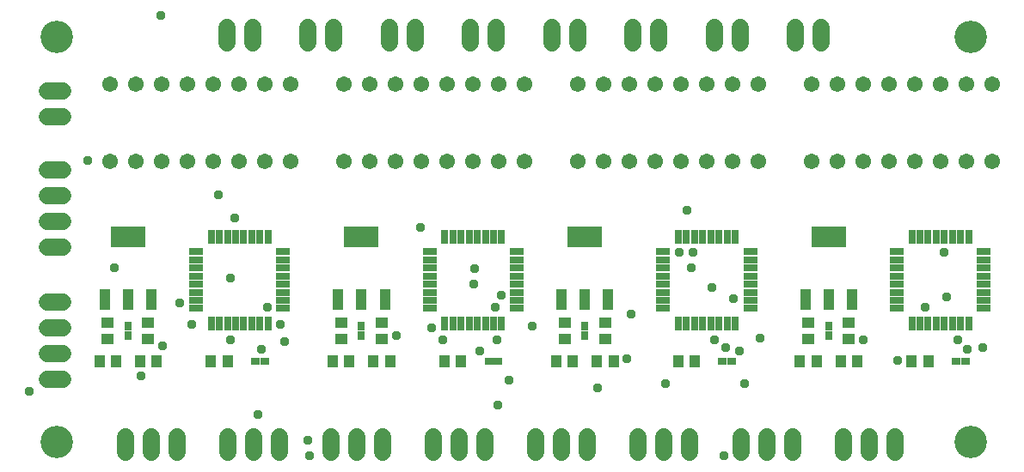
<source format=gbr>
G04 EAGLE Gerber RS-274X export*
G75*
%MOMM*%
%FSLAX34Y34*%
%LPD*%
%INSoldermask Top*%
%IPPOS*%
%AMOC8*
5,1,8,0,0,1.08239X$1,22.5*%
G01*
G04 Define Apertures*
%ADD10C,3.203200*%
%ADD11C,1.727200*%
%ADD12C,1.546600*%
%ADD13R,1.101100X2.063500*%
%ADD14R,3.392300X2.063500*%
%ADD15R,1.173400X1.124100*%
%ADD16R,0.703200X0.903200*%
%ADD17R,1.001900X1.177100*%
%ADD18R,0.903200X0.703200*%
%ADD19R,1.473200X0.762000*%
%ADD20R,0.762000X1.473200*%
%ADD21C,0.959600*%
D10*
X50000Y50000D03*
X50000Y450000D03*
X950000Y50000D03*
X950000Y450000D03*
D11*
X55720Y242400D02*
X40480Y242400D01*
X40480Y267800D02*
X55720Y267800D01*
X55720Y293200D02*
X40480Y293200D01*
X40480Y318600D02*
X55720Y318600D01*
X217300Y444280D02*
X217300Y459520D01*
X242700Y459520D02*
X242700Y444280D01*
X297300Y444280D02*
X297300Y459520D01*
X322700Y459520D02*
X322700Y444280D01*
X168580Y55720D02*
X168580Y40480D01*
X143180Y40480D02*
X143180Y55720D01*
X117780Y55720D02*
X117780Y40480D01*
X55720Y371000D02*
X40480Y371000D01*
X40480Y396400D02*
X55720Y396400D01*
D12*
X102350Y327470D03*
X127750Y327470D03*
X153150Y327470D03*
X178550Y327470D03*
X203950Y327470D03*
X229350Y327470D03*
X254750Y327470D03*
X280150Y327470D03*
X280150Y403670D03*
X254750Y403670D03*
X229350Y403670D03*
X203950Y403670D03*
X178550Y403670D03*
X153150Y403670D03*
X127750Y403670D03*
X102350Y403670D03*
D13*
X97000Y191213D03*
X120000Y191213D03*
X143000Y191213D03*
D14*
X120000Y252713D03*
D15*
X100000Y152254D03*
X100000Y167746D03*
X140000Y167746D03*
X140000Y152254D03*
D16*
X120000Y164500D03*
X120000Y155500D03*
D17*
X108152Y130000D03*
X91848Y130000D03*
X148152Y130000D03*
X131848Y130000D03*
D11*
X269554Y55720D02*
X269554Y40480D01*
X244154Y40480D02*
X244154Y55720D01*
X218754Y55720D02*
X218754Y40480D01*
X55720Y111900D02*
X40480Y111900D01*
X40480Y137300D02*
X55720Y137300D01*
X55720Y162700D02*
X40480Y162700D01*
X40480Y188100D02*
X55720Y188100D01*
X370529Y55720D02*
X370529Y40480D01*
X345129Y40480D02*
X345129Y55720D01*
X319729Y55720D02*
X319729Y40480D01*
X377300Y444280D02*
X377300Y459520D01*
X402700Y459520D02*
X402700Y444280D01*
X457300Y444280D02*
X457300Y459520D01*
X482700Y459520D02*
X482700Y444280D01*
D12*
X332631Y327470D03*
X358031Y327470D03*
X383431Y327470D03*
X408831Y327470D03*
X434231Y327470D03*
X459631Y327470D03*
X485031Y327470D03*
X510431Y327470D03*
X510431Y403670D03*
X485031Y403670D03*
X459631Y403670D03*
X434231Y403670D03*
X408831Y403670D03*
X383431Y403670D03*
X358031Y403670D03*
X332631Y403670D03*
D13*
X327000Y191213D03*
X350000Y191213D03*
X373000Y191213D03*
D14*
X350000Y252713D03*
D15*
X330000Y152254D03*
X330000Y167746D03*
X370000Y167746D03*
X370000Y152254D03*
D16*
X350000Y164500D03*
X350000Y155500D03*
D17*
X338152Y130000D03*
X321848Y130000D03*
X378152Y130000D03*
X361848Y130000D03*
D11*
X471503Y55720D02*
X471503Y40480D01*
X446103Y40480D02*
X446103Y55720D01*
X420703Y55720D02*
X420703Y40480D01*
X572477Y40480D02*
X572477Y55720D01*
X547077Y55720D02*
X547077Y40480D01*
X521677Y40480D02*
X521677Y55720D01*
X537300Y444280D02*
X537300Y459520D01*
X562700Y459520D02*
X562700Y444280D01*
X617300Y444280D02*
X617300Y459520D01*
X642700Y459520D02*
X642700Y444280D01*
D12*
X562912Y327470D03*
X588312Y327470D03*
X613712Y327470D03*
X639112Y327470D03*
X664512Y327470D03*
X689912Y327470D03*
X715312Y327470D03*
X740712Y327470D03*
X740712Y403670D03*
X715312Y403670D03*
X689912Y403670D03*
X664512Y403670D03*
X639112Y403670D03*
X613712Y403670D03*
X588312Y403670D03*
X562912Y403670D03*
D13*
X547000Y191213D03*
X570000Y191213D03*
X593000Y191213D03*
D14*
X570000Y252713D03*
D15*
X550000Y152254D03*
X550000Y167746D03*
X590000Y167746D03*
X590000Y152254D03*
D16*
X570000Y155500D03*
X570000Y164500D03*
D17*
X558152Y130000D03*
X541848Y130000D03*
X598152Y130000D03*
X581848Y130000D03*
D11*
X673451Y55720D02*
X673451Y40480D01*
X648051Y40480D02*
X648051Y55720D01*
X622651Y55720D02*
X622651Y40480D01*
X774426Y40480D02*
X774426Y55720D01*
X749026Y55720D02*
X749026Y40480D01*
X723626Y40480D02*
X723626Y55720D01*
X697300Y444280D02*
X697300Y459520D01*
X722700Y459520D02*
X722700Y444280D01*
X777300Y444280D02*
X777300Y459520D01*
X802700Y459520D02*
X802700Y444280D01*
D12*
X793193Y327470D03*
X818593Y327470D03*
X843993Y327470D03*
X869393Y327470D03*
X894793Y327470D03*
X920193Y327470D03*
X945593Y327470D03*
X970993Y327470D03*
X970993Y403670D03*
X945593Y403670D03*
X920193Y403670D03*
X894793Y403670D03*
X869393Y403670D03*
X843993Y403670D03*
X818593Y403670D03*
X793193Y403670D03*
D13*
X787000Y191213D03*
X810000Y191213D03*
X833000Y191213D03*
D14*
X810000Y252713D03*
D15*
X790000Y152254D03*
X790000Y167746D03*
X830000Y167746D03*
X830000Y152254D03*
D16*
X810000Y155500D03*
X810000Y164500D03*
D17*
X781848Y130000D03*
X798152Y130000D03*
X838152Y130000D03*
X821848Y130000D03*
D11*
X875400Y55720D02*
X875400Y40480D01*
X850000Y40480D02*
X850000Y55720D01*
X824600Y55720D02*
X824600Y40480D01*
D18*
X254500Y130000D03*
X245500Y130000D03*
D17*
X201848Y130000D03*
X218152Y130000D03*
D18*
X484500Y130000D03*
X475500Y130000D03*
D17*
X431848Y130000D03*
X448152Y130000D03*
D18*
X714500Y130000D03*
X705500Y130000D03*
D17*
X661848Y130000D03*
X678152Y130000D03*
D18*
X944500Y130000D03*
X935500Y130000D03*
D17*
X891848Y130000D03*
X908152Y130000D03*
D19*
X187074Y238000D03*
X187074Y230000D03*
X187074Y222000D03*
X187074Y214000D03*
X187074Y206000D03*
X187074Y198000D03*
X187074Y190000D03*
X187074Y182000D03*
D20*
X202000Y167074D03*
X210000Y167074D03*
X218000Y167074D03*
X226000Y167074D03*
X234000Y167074D03*
X242000Y167074D03*
X250000Y167074D03*
X258000Y167074D03*
D19*
X272926Y182000D03*
X272926Y190000D03*
X272926Y198000D03*
X272926Y206000D03*
X272926Y214000D03*
X272926Y222000D03*
X272926Y230000D03*
X272926Y238000D03*
D20*
X258000Y252926D03*
X250000Y252926D03*
X242000Y252926D03*
X234000Y252926D03*
X226000Y252926D03*
X218000Y252926D03*
X210000Y252926D03*
X202000Y252926D03*
D19*
X417074Y238000D03*
X417074Y230000D03*
X417074Y222000D03*
X417074Y214000D03*
X417074Y206000D03*
X417074Y198000D03*
X417074Y190000D03*
X417074Y182000D03*
D20*
X432000Y167074D03*
X440000Y167074D03*
X448000Y167074D03*
X456000Y167074D03*
X464000Y167074D03*
X472000Y167074D03*
X480000Y167074D03*
X488000Y167074D03*
D19*
X502926Y182000D03*
X502926Y190000D03*
X502926Y198000D03*
X502926Y206000D03*
X502926Y214000D03*
X502926Y222000D03*
X502926Y230000D03*
X502926Y238000D03*
D20*
X488000Y252926D03*
X480000Y252926D03*
X472000Y252926D03*
X464000Y252926D03*
X456000Y252926D03*
X448000Y252926D03*
X440000Y252926D03*
X432000Y252926D03*
D19*
X647074Y238000D03*
X647074Y230000D03*
X647074Y222000D03*
X647074Y214000D03*
X647074Y206000D03*
X647074Y198000D03*
X647074Y190000D03*
X647074Y182000D03*
D20*
X662000Y167074D03*
X670000Y167074D03*
X678000Y167074D03*
X686000Y167074D03*
X694000Y167074D03*
X702000Y167074D03*
X710000Y167074D03*
X718000Y167074D03*
D19*
X732926Y182000D03*
X732926Y190000D03*
X732926Y198000D03*
X732926Y206000D03*
X732926Y214000D03*
X732926Y222000D03*
X732926Y230000D03*
X732926Y238000D03*
D20*
X718000Y252926D03*
X710000Y252926D03*
X702000Y252926D03*
X694000Y252926D03*
X686000Y252926D03*
X678000Y252926D03*
X670000Y252926D03*
X662000Y252926D03*
D19*
X877074Y238000D03*
X877074Y230000D03*
X877074Y222000D03*
X877074Y214000D03*
X877074Y206000D03*
X877074Y198000D03*
X877074Y190000D03*
X877074Y182000D03*
D20*
X892000Y167074D03*
X900000Y167074D03*
X908000Y167074D03*
X916000Y167074D03*
X924000Y167074D03*
X932000Y167074D03*
X940000Y167074D03*
X948000Y167074D03*
D19*
X962926Y182000D03*
X962926Y190000D03*
X962926Y198000D03*
X962926Y206000D03*
X962926Y214000D03*
X962926Y222000D03*
X962926Y230000D03*
X962926Y238000D03*
D20*
X948000Y252926D03*
X940000Y252926D03*
X932000Y252926D03*
X924000Y252926D03*
X916000Y252926D03*
X908000Y252926D03*
X900000Y252926D03*
X892000Y252926D03*
D21*
X153924Y144780D03*
X484632Y86868D03*
X742188Y152400D03*
X106680Y222504D03*
X225552Y271272D03*
X877824Y131064D03*
X923544Y237744D03*
X615696Y176784D03*
X676656Y237744D03*
X460248Y205740D03*
X80772Y327660D03*
X274320Y149352D03*
X466344Y140208D03*
X708660Y143256D03*
X961644Y143256D03*
X297180Y51816D03*
X716280Y192024D03*
X926592Y193548D03*
X269748Y166116D03*
X481584Y182880D03*
X152400Y470916D03*
X208788Y294132D03*
X726948Y108204D03*
X649224Y108204D03*
X251460Y141732D03*
X483108Y150876D03*
X697992Y150876D03*
X905256Y182880D03*
X298704Y36576D03*
X707136Y36576D03*
X257556Y182880D03*
X170688Y187452D03*
X182880Y166116D03*
X248412Y77724D03*
X487680Y195072D03*
X518160Y164592D03*
X495300Y111252D03*
X384048Y155448D03*
X722376Y140208D03*
X582168Y103632D03*
X611124Y132588D03*
X694944Y202692D03*
X675132Y222504D03*
X662940Y237744D03*
X937260Y150876D03*
X22860Y100584D03*
X946404Y141732D03*
X844296Y150876D03*
X132588Y115824D03*
X670560Y278892D03*
X220980Y150876D03*
X220980Y211836D03*
X429768Y150876D03*
X408432Y262128D03*
X419100Y163068D03*
X461772Y220980D03*
M02*

</source>
